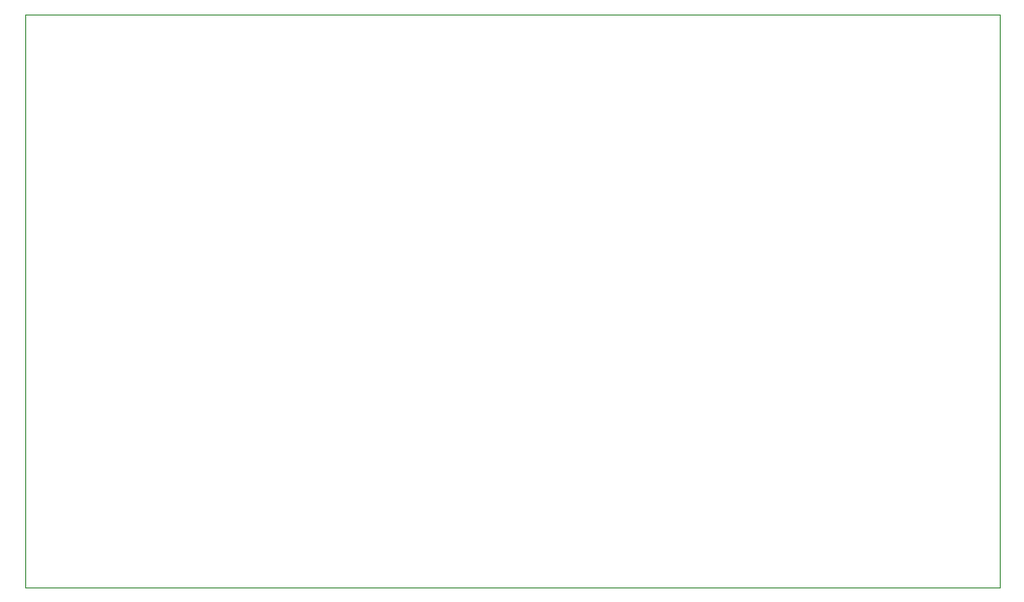
<source format=gbr>
%TF.GenerationSoftware,KiCad,Pcbnew,7.0.9*%
%TF.CreationDate,2024-03-28T23:27:42-04:00*%
%TF.ProjectId,esp_1st_iter_robot,6573705f-3173-4745-9f69-7465725f726f,rev?*%
%TF.SameCoordinates,Original*%
%TF.FileFunction,Profile,NP*%
%FSLAX46Y46*%
G04 Gerber Fmt 4.6, Leading zero omitted, Abs format (unit mm)*
G04 Created by KiCad (PCBNEW 7.0.9) date 2024-03-28 23:27:42*
%MOMM*%
%LPD*%
G01*
G04 APERTURE LIST*
%TA.AperFunction,Profile*%
%ADD10C,0.100000*%
%TD*%
G04 APERTURE END LIST*
D10*
X30000000Y-25000000D02*
X115000000Y-25000000D01*
X115000000Y-75000000D01*
X30000000Y-75000000D01*
X30000000Y-25000000D01*
M02*

</source>
